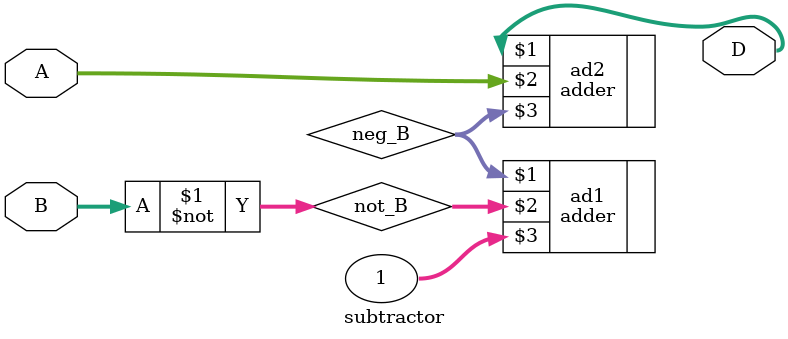
<source format=v>
`include "defines.vh"
module subtractor(
        output  [7: 0]  D,
        input   [3: 0]  A,
        input   [3: 0]  B
    );
	
    wire [3:0] not_B;
    wire [3:0] neg_B;

	// TODO: implement a subtractor
	assign not_B = ~B;
	adder ad1(neg_B, not_B, 1);
	adder ad2(D, A, neg_B);
endmodule

</source>
